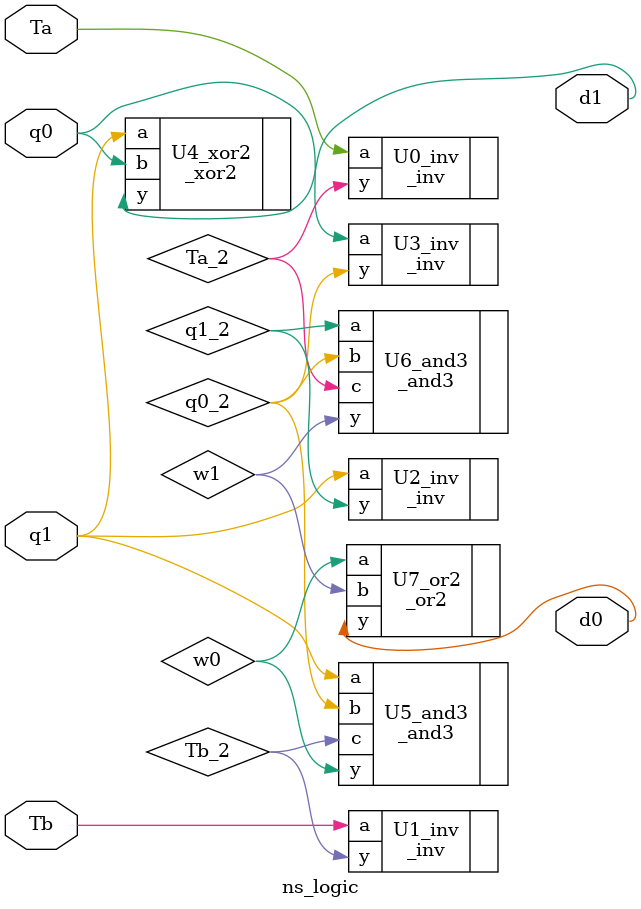
<source format=v>
module ns_logic(Ta,Tb,d1,d0,q1,q0);//combination logic that determine next state
	input Ta, Tb, q1, q0;//set input Ta, Tb, q1, q0
	output d1, d0;//set output d1, d0
	
	//declare w0, w1
	wire w0, w1;
	//declare Ta_2, Tb_2, q1_2, q0_2
	wire Ta_2, Tb_2, q1_2, q0_2;
	
	//set inputs to invert
	_inv U0_inv(.a(Ta),.y(Ta_2));
	_inv U1_inv(.a(Tb),.y(Tb_2));
	_inv U2_inv(.a(q1),.y(q1_2));
	_inv U3_inv(.a(q0),.y(q0_2));
	
	//d0=(q1*~q0*~Tb) + (~q1*~q0*~Ta)
	_and3 U5_and3(.a(q1),.b(q0_2),.c(Tb_2),.y(w0));
	_and3 U6_and3(.a(q1_2),.b(q0_2),.c(Ta_2),.y(w1));
	_or2 U7_or2(.a(w0),.b(w1),.y(d0));
	
	//get d1 by xor q1, q0
	_xor2 U4_xor2(.a(q1),.b(q0),.y(d1));
endmodule
	
</source>
